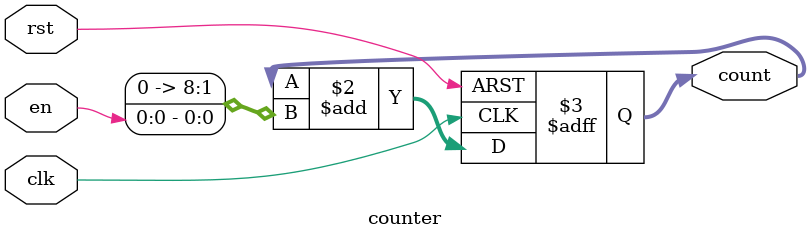
<source format=sv>
module counter #(
    parameter WIDTH = 9
)
(
    // interface signals
    input logic clk, // clock
    input logic rst, // reset
    input logic en, // counter enable
    output logic [WIDTH-1:0] count // counter output
);

always_ff @ (posedge clk, posedge rst)
    if (rst) count <= {WIDTH{1'b0}};
    else count <= count + {{WIDTH-1{1'b0}}, en};
endmodule

</source>
